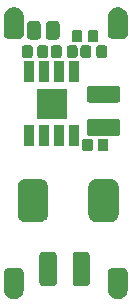
<source format=gbr>
G04 #@! TF.GenerationSoftware,KiCad,Pcbnew,5.1.0-060a0da~80~ubuntu18.04.1*
G04 #@! TF.CreationDate,2019-03-24T19:02:29+01:00*
G04 #@! TF.ProjectId,mav_psu,6d61765f-7073-4752-9e6b-696361645f70,rev?*
G04 #@! TF.SameCoordinates,Original*
G04 #@! TF.FileFunction,Soldermask,Top*
G04 #@! TF.FilePolarity,Negative*
%FSLAX46Y46*%
G04 Gerber Fmt 4.6, Leading zero omitted, Abs format (unit mm)*
G04 Created by KiCad (PCBNEW 5.1.0-060a0da~80~ubuntu18.04.1) date 2019-03-24 19:02:29*
%MOMM*%
%LPD*%
G04 APERTURE LIST*
%ADD10C,0.100000*%
G04 APERTURE END LIST*
D10*
G36*
X123127988Y-131907923D02*
G01*
X123202980Y-131930671D01*
X123272093Y-131967614D01*
X123332671Y-132017329D01*
X123382386Y-132077907D01*
X123419329Y-132147020D01*
X123442077Y-132222012D01*
X123450000Y-132302454D01*
X123450000Y-133783719D01*
X123417336Y-133947934D01*
X123353261Y-134102625D01*
X123353260Y-134102626D01*
X123260238Y-134241844D01*
X123141844Y-134360238D01*
X123071762Y-134407065D01*
X123002625Y-134453261D01*
X122847934Y-134517336D01*
X122683719Y-134550000D01*
X122516281Y-134550000D01*
X122352066Y-134517336D01*
X122197375Y-134453261D01*
X122128238Y-134407065D01*
X122058156Y-134360238D01*
X121939762Y-134241844D01*
X121846740Y-134102626D01*
X121846739Y-134102625D01*
X121782664Y-133947934D01*
X121750000Y-133783719D01*
X121750000Y-132302454D01*
X121757923Y-132222012D01*
X121780671Y-132147020D01*
X121817614Y-132077907D01*
X121867329Y-132017329D01*
X121927907Y-131967614D01*
X121997020Y-131930671D01*
X122072012Y-131907923D01*
X122152454Y-131900000D01*
X123047546Y-131900000D01*
X123127988Y-131907923D01*
X123127988Y-131907923D01*
G37*
G36*
X114327988Y-131907923D02*
G01*
X114402980Y-131930671D01*
X114472093Y-131967614D01*
X114532671Y-132017329D01*
X114582386Y-132077907D01*
X114619329Y-132147020D01*
X114642077Y-132222012D01*
X114650000Y-132302454D01*
X114650000Y-133783719D01*
X114617336Y-133947934D01*
X114553261Y-134102625D01*
X114553260Y-134102626D01*
X114460238Y-134241844D01*
X114341844Y-134360238D01*
X114271762Y-134407065D01*
X114202625Y-134453261D01*
X114047934Y-134517336D01*
X113883719Y-134550000D01*
X113716281Y-134550000D01*
X113552066Y-134517336D01*
X113397375Y-134453261D01*
X113328238Y-134407065D01*
X113258156Y-134360238D01*
X113139762Y-134241844D01*
X113046740Y-134102626D01*
X113046739Y-134102625D01*
X112982664Y-133947934D01*
X112950000Y-133783719D01*
X112950000Y-132302454D01*
X112957923Y-132222012D01*
X112980671Y-132147020D01*
X113017614Y-132077907D01*
X113067329Y-132017329D01*
X113127907Y-131967614D01*
X113197020Y-131930671D01*
X113272012Y-131907923D01*
X113352454Y-131900000D01*
X114247546Y-131900000D01*
X114327988Y-131907923D01*
X114327988Y-131907923D01*
G37*
G36*
X117215676Y-130580233D02*
G01*
X117264406Y-130595015D01*
X117309315Y-130619019D01*
X117348677Y-130651323D01*
X117380981Y-130690685D01*
X117404985Y-130735594D01*
X117419767Y-130784324D01*
X117425000Y-130837454D01*
X117425000Y-133162546D01*
X117419767Y-133215676D01*
X117404985Y-133264406D01*
X117380981Y-133309315D01*
X117348677Y-133348677D01*
X117309315Y-133380981D01*
X117264406Y-133404985D01*
X117215676Y-133419767D01*
X117162546Y-133425000D01*
X116237454Y-133425000D01*
X116184324Y-133419767D01*
X116135594Y-133404985D01*
X116090685Y-133380981D01*
X116051323Y-133348677D01*
X116019019Y-133309315D01*
X115995015Y-133264406D01*
X115980233Y-133215676D01*
X115975000Y-133162546D01*
X115975000Y-130837454D01*
X115980233Y-130784324D01*
X115995015Y-130735594D01*
X116019019Y-130690685D01*
X116051323Y-130651323D01*
X116090685Y-130619019D01*
X116135594Y-130595015D01*
X116184324Y-130580233D01*
X116237454Y-130575000D01*
X117162546Y-130575000D01*
X117215676Y-130580233D01*
X117215676Y-130580233D01*
G37*
G36*
X120015676Y-130580233D02*
G01*
X120064406Y-130595015D01*
X120109315Y-130619019D01*
X120148677Y-130651323D01*
X120180981Y-130690685D01*
X120204985Y-130735594D01*
X120219767Y-130784324D01*
X120225000Y-130837454D01*
X120225000Y-133162546D01*
X120219767Y-133215676D01*
X120204985Y-133264406D01*
X120180981Y-133309315D01*
X120148677Y-133348677D01*
X120109315Y-133380981D01*
X120064406Y-133404985D01*
X120015676Y-133419767D01*
X119962546Y-133425000D01*
X119037454Y-133425000D01*
X118984324Y-133419767D01*
X118935594Y-133404985D01*
X118890685Y-133380981D01*
X118851323Y-133348677D01*
X118819019Y-133309315D01*
X118795015Y-133264406D01*
X118780233Y-133215676D01*
X118775000Y-133162546D01*
X118775000Y-130837454D01*
X118780233Y-130784324D01*
X118795015Y-130735594D01*
X118819019Y-130690685D01*
X118851323Y-130651323D01*
X118890685Y-130619019D01*
X118935594Y-130595015D01*
X118984324Y-130580233D01*
X119037454Y-130575000D01*
X119962546Y-130575000D01*
X120015676Y-130580233D01*
X120015676Y-130580233D01*
G37*
G36*
X122181945Y-124412006D02*
G01*
X122296802Y-124446848D01*
X122402651Y-124503424D01*
X122495432Y-124579568D01*
X122571576Y-124672349D01*
X122628152Y-124778198D01*
X122662994Y-124893055D01*
X122675000Y-125014954D01*
X122675000Y-127385046D01*
X122662994Y-127506945D01*
X122628152Y-127621802D01*
X122571576Y-127727651D01*
X122495432Y-127820432D01*
X122402651Y-127896576D01*
X122296802Y-127953152D01*
X122181945Y-127987994D01*
X122060046Y-128000000D01*
X120739954Y-128000000D01*
X120618055Y-127987994D01*
X120503198Y-127953152D01*
X120397349Y-127896576D01*
X120304568Y-127820432D01*
X120228424Y-127727651D01*
X120171848Y-127621802D01*
X120137006Y-127506945D01*
X120125000Y-127385046D01*
X120125000Y-125014954D01*
X120137006Y-124893055D01*
X120171848Y-124778198D01*
X120228424Y-124672349D01*
X120304568Y-124579568D01*
X120397349Y-124503424D01*
X120503198Y-124446848D01*
X120618055Y-124412006D01*
X120739954Y-124400000D01*
X122060046Y-124400000D01*
X122181945Y-124412006D01*
X122181945Y-124412006D01*
G37*
G36*
X116181945Y-124412006D02*
G01*
X116296802Y-124446848D01*
X116402651Y-124503424D01*
X116495432Y-124579568D01*
X116571576Y-124672349D01*
X116628152Y-124778198D01*
X116662994Y-124893055D01*
X116675000Y-125014954D01*
X116675000Y-127385046D01*
X116662994Y-127506945D01*
X116628152Y-127621802D01*
X116571576Y-127727651D01*
X116495432Y-127820432D01*
X116402651Y-127896576D01*
X116296802Y-127953152D01*
X116181945Y-127987994D01*
X116060046Y-128000000D01*
X114739954Y-128000000D01*
X114618055Y-127987994D01*
X114503198Y-127953152D01*
X114397349Y-127896576D01*
X114304568Y-127820432D01*
X114228424Y-127727651D01*
X114171848Y-127621802D01*
X114137006Y-127506945D01*
X114125000Y-127385046D01*
X114125000Y-125014954D01*
X114137006Y-124893055D01*
X114171848Y-124778198D01*
X114228424Y-124672349D01*
X114304568Y-124579568D01*
X114397349Y-124503424D01*
X114503198Y-124446848D01*
X114618055Y-124412006D01*
X114739954Y-124400000D01*
X116060046Y-124400000D01*
X116181945Y-124412006D01*
X116181945Y-124412006D01*
G37*
G36*
X121638970Y-120979080D02*
G01*
X121676446Y-120990448D01*
X121710978Y-121008905D01*
X121741250Y-121033750D01*
X121766095Y-121064022D01*
X121784552Y-121098554D01*
X121795920Y-121136030D01*
X121800000Y-121177454D01*
X121800000Y-121822546D01*
X121795920Y-121863970D01*
X121784552Y-121901446D01*
X121766095Y-121935978D01*
X121741250Y-121966250D01*
X121710978Y-121991095D01*
X121676446Y-122009552D01*
X121638970Y-122020920D01*
X121597546Y-122025000D01*
X121102454Y-122025000D01*
X121061030Y-122020920D01*
X121023554Y-122009552D01*
X120989022Y-121991095D01*
X120958750Y-121966250D01*
X120933905Y-121935978D01*
X120915448Y-121901446D01*
X120904080Y-121863970D01*
X120900000Y-121822546D01*
X120900000Y-121177454D01*
X120904080Y-121136030D01*
X120915448Y-121098554D01*
X120933905Y-121064022D01*
X120958750Y-121033750D01*
X120989022Y-121008905D01*
X121023554Y-120990448D01*
X121061030Y-120979080D01*
X121102454Y-120975000D01*
X121597546Y-120975000D01*
X121638970Y-120979080D01*
X121638970Y-120979080D01*
G37*
G36*
X120338970Y-120979080D02*
G01*
X120376446Y-120990448D01*
X120410978Y-121008905D01*
X120441250Y-121033750D01*
X120466095Y-121064022D01*
X120484552Y-121098554D01*
X120495920Y-121136030D01*
X120500000Y-121177454D01*
X120500000Y-121822546D01*
X120495920Y-121863970D01*
X120484552Y-121901446D01*
X120466095Y-121935978D01*
X120441250Y-121966250D01*
X120410978Y-121991095D01*
X120376446Y-122009552D01*
X120338970Y-122020920D01*
X120297546Y-122025000D01*
X119802454Y-122025000D01*
X119761030Y-122020920D01*
X119723554Y-122009552D01*
X119689022Y-121991095D01*
X119658750Y-121966250D01*
X119633905Y-121935978D01*
X119615448Y-121901446D01*
X119604080Y-121863970D01*
X119600000Y-121822546D01*
X119600000Y-121177454D01*
X119604080Y-121136030D01*
X119615448Y-121098554D01*
X119633905Y-121064022D01*
X119658750Y-121033750D01*
X119689022Y-121008905D01*
X119723554Y-120990448D01*
X119761030Y-120979080D01*
X119802454Y-120975000D01*
X120297546Y-120975000D01*
X120338970Y-120979080D01*
X120338970Y-120979080D01*
G37*
G36*
X116765000Y-121575000D02*
G01*
X115965000Y-121575000D01*
X115965000Y-119825000D01*
X116765000Y-119825000D01*
X116765000Y-121575000D01*
X116765000Y-121575000D01*
G37*
G36*
X118035000Y-121575000D02*
G01*
X117235000Y-121575000D01*
X117235000Y-119825000D01*
X118035000Y-119825000D01*
X118035000Y-121575000D01*
X118035000Y-121575000D01*
G37*
G36*
X119305000Y-121575000D02*
G01*
X118505000Y-121575000D01*
X118505000Y-119825000D01*
X119305000Y-119825000D01*
X119305000Y-121575000D01*
X119305000Y-121575000D01*
G37*
G36*
X115495000Y-121575000D02*
G01*
X114695000Y-121575000D01*
X114695000Y-119825000D01*
X115495000Y-119825000D01*
X115495000Y-121575000D01*
X115495000Y-121575000D01*
G37*
G36*
X122615676Y-119280233D02*
G01*
X122664406Y-119295015D01*
X122709315Y-119319019D01*
X122748677Y-119351323D01*
X122780981Y-119390685D01*
X122804985Y-119435594D01*
X122819767Y-119484324D01*
X122825000Y-119537454D01*
X122825000Y-120462546D01*
X122819767Y-120515676D01*
X122804985Y-120564406D01*
X122780981Y-120609315D01*
X122748677Y-120648677D01*
X122709315Y-120680981D01*
X122664406Y-120704985D01*
X122615676Y-120719767D01*
X122562546Y-120725000D01*
X120237454Y-120725000D01*
X120184324Y-120719767D01*
X120135594Y-120704985D01*
X120090685Y-120680981D01*
X120051323Y-120648677D01*
X120019019Y-120609315D01*
X119995015Y-120564406D01*
X119980233Y-120515676D01*
X119975000Y-120462546D01*
X119975000Y-119537454D01*
X119980233Y-119484324D01*
X119995015Y-119435594D01*
X120019019Y-119390685D01*
X120051323Y-119351323D01*
X120090685Y-119319019D01*
X120135594Y-119295015D01*
X120184324Y-119280233D01*
X120237454Y-119275000D01*
X122562546Y-119275000D01*
X122615676Y-119280233D01*
X122615676Y-119280233D01*
G37*
G36*
X118275000Y-119275000D02*
G01*
X115725000Y-119275000D01*
X115725000Y-116725000D01*
X118275000Y-116725000D01*
X118275000Y-119275000D01*
X118275000Y-119275000D01*
G37*
G36*
X122615676Y-116480233D02*
G01*
X122664406Y-116495015D01*
X122709315Y-116519019D01*
X122748677Y-116551323D01*
X122780981Y-116590685D01*
X122804985Y-116635594D01*
X122819767Y-116684324D01*
X122825000Y-116737454D01*
X122825000Y-117662546D01*
X122819767Y-117715676D01*
X122804985Y-117764406D01*
X122780981Y-117809315D01*
X122748677Y-117848677D01*
X122709315Y-117880981D01*
X122664406Y-117904985D01*
X122615676Y-117919767D01*
X122562546Y-117925000D01*
X120237454Y-117925000D01*
X120184324Y-117919767D01*
X120135594Y-117904985D01*
X120090685Y-117880981D01*
X120051323Y-117848677D01*
X120019019Y-117809315D01*
X119995015Y-117764406D01*
X119980233Y-117715676D01*
X119975000Y-117662546D01*
X119975000Y-116737454D01*
X119980233Y-116684324D01*
X119995015Y-116635594D01*
X120019019Y-116590685D01*
X120051323Y-116551323D01*
X120090685Y-116519019D01*
X120135594Y-116495015D01*
X120184324Y-116480233D01*
X120237454Y-116475000D01*
X122562546Y-116475000D01*
X122615676Y-116480233D01*
X122615676Y-116480233D01*
G37*
G36*
X116765000Y-116175000D02*
G01*
X115965000Y-116175000D01*
X115965000Y-114425000D01*
X116765000Y-114425000D01*
X116765000Y-116175000D01*
X116765000Y-116175000D01*
G37*
G36*
X118035000Y-116175000D02*
G01*
X117235000Y-116175000D01*
X117235000Y-114425000D01*
X118035000Y-114425000D01*
X118035000Y-116175000D01*
X118035000Y-116175000D01*
G37*
G36*
X119305000Y-116175000D02*
G01*
X118505000Y-116175000D01*
X118505000Y-114425000D01*
X119305000Y-114425000D01*
X119305000Y-116175000D01*
X119305000Y-116175000D01*
G37*
G36*
X115495000Y-116175000D02*
G01*
X114695000Y-116175000D01*
X114695000Y-114425000D01*
X115495000Y-114425000D01*
X115495000Y-116175000D01*
X115495000Y-116175000D01*
G37*
G36*
X117688970Y-113079080D02*
G01*
X117726446Y-113090448D01*
X117760978Y-113108905D01*
X117791250Y-113133750D01*
X117816095Y-113164022D01*
X117834552Y-113198554D01*
X117845920Y-113236030D01*
X117850000Y-113277454D01*
X117850000Y-113922546D01*
X117845920Y-113963970D01*
X117834552Y-114001446D01*
X117816095Y-114035978D01*
X117791250Y-114066250D01*
X117760978Y-114091095D01*
X117726446Y-114109552D01*
X117688970Y-114120920D01*
X117647546Y-114125000D01*
X117152454Y-114125000D01*
X117111030Y-114120920D01*
X117073554Y-114109552D01*
X117039022Y-114091095D01*
X117008750Y-114066250D01*
X116983905Y-114035978D01*
X116965448Y-114001446D01*
X116954080Y-113963970D01*
X116950000Y-113922546D01*
X116950000Y-113277454D01*
X116954080Y-113236030D01*
X116965448Y-113198554D01*
X116983905Y-113164022D01*
X117008750Y-113133750D01*
X117039022Y-113108905D01*
X117073554Y-113090448D01*
X117111030Y-113079080D01*
X117152454Y-113075000D01*
X117647546Y-113075000D01*
X117688970Y-113079080D01*
X117688970Y-113079080D01*
G37*
G36*
X121538970Y-113079080D02*
G01*
X121576446Y-113090448D01*
X121610978Y-113108905D01*
X121641250Y-113133750D01*
X121666095Y-113164022D01*
X121684552Y-113198554D01*
X121695920Y-113236030D01*
X121700000Y-113277454D01*
X121700000Y-113922546D01*
X121695920Y-113963970D01*
X121684552Y-114001446D01*
X121666095Y-114035978D01*
X121641250Y-114066250D01*
X121610978Y-114091095D01*
X121576446Y-114109552D01*
X121538970Y-114120920D01*
X121497546Y-114125000D01*
X121002454Y-114125000D01*
X120961030Y-114120920D01*
X120923554Y-114109552D01*
X120889022Y-114091095D01*
X120858750Y-114066250D01*
X120833905Y-114035978D01*
X120815448Y-114001446D01*
X120804080Y-113963970D01*
X120800000Y-113922546D01*
X120800000Y-113277454D01*
X120804080Y-113236030D01*
X120815448Y-113198554D01*
X120833905Y-113164022D01*
X120858750Y-113133750D01*
X120889022Y-113108905D01*
X120923554Y-113090448D01*
X120961030Y-113079080D01*
X121002454Y-113075000D01*
X121497546Y-113075000D01*
X121538970Y-113079080D01*
X121538970Y-113079080D01*
G37*
G36*
X120188970Y-113079080D02*
G01*
X120226446Y-113090448D01*
X120260978Y-113108905D01*
X120291250Y-113133750D01*
X120316095Y-113164022D01*
X120334552Y-113198554D01*
X120345920Y-113236030D01*
X120350000Y-113277454D01*
X120350000Y-113922546D01*
X120345920Y-113963970D01*
X120334552Y-114001446D01*
X120316095Y-114035978D01*
X120291250Y-114066250D01*
X120260978Y-114091095D01*
X120226446Y-114109552D01*
X120188970Y-114120920D01*
X120147546Y-114125000D01*
X119652454Y-114125000D01*
X119611030Y-114120920D01*
X119573554Y-114109552D01*
X119539022Y-114091095D01*
X119508750Y-114066250D01*
X119483905Y-114035978D01*
X119465448Y-114001446D01*
X119454080Y-113963970D01*
X119450000Y-113922546D01*
X119450000Y-113277454D01*
X119454080Y-113236030D01*
X119465448Y-113198554D01*
X119483905Y-113164022D01*
X119508750Y-113133750D01*
X119539022Y-113108905D01*
X119573554Y-113090448D01*
X119611030Y-113079080D01*
X119652454Y-113075000D01*
X120147546Y-113075000D01*
X120188970Y-113079080D01*
X120188970Y-113079080D01*
G37*
G36*
X119038970Y-113079080D02*
G01*
X119076446Y-113090448D01*
X119110978Y-113108905D01*
X119141250Y-113133750D01*
X119166095Y-113164022D01*
X119184552Y-113198554D01*
X119195920Y-113236030D01*
X119200000Y-113277454D01*
X119200000Y-113922546D01*
X119195920Y-113963970D01*
X119184552Y-114001446D01*
X119166095Y-114035978D01*
X119141250Y-114066250D01*
X119110978Y-114091095D01*
X119076446Y-114109552D01*
X119038970Y-114120920D01*
X118997546Y-114125000D01*
X118502454Y-114125000D01*
X118461030Y-114120920D01*
X118423554Y-114109552D01*
X118389022Y-114091095D01*
X118358750Y-114066250D01*
X118333905Y-114035978D01*
X118315448Y-114001446D01*
X118304080Y-113963970D01*
X118300000Y-113922546D01*
X118300000Y-113277454D01*
X118304080Y-113236030D01*
X118315448Y-113198554D01*
X118333905Y-113164022D01*
X118358750Y-113133750D01*
X118389022Y-113108905D01*
X118423554Y-113090448D01*
X118461030Y-113079080D01*
X118502454Y-113075000D01*
X118997546Y-113075000D01*
X119038970Y-113079080D01*
X119038970Y-113079080D01*
G37*
G36*
X115238970Y-113079080D02*
G01*
X115276446Y-113090448D01*
X115310978Y-113108905D01*
X115341250Y-113133750D01*
X115366095Y-113164022D01*
X115384552Y-113198554D01*
X115395920Y-113236030D01*
X115400000Y-113277454D01*
X115400000Y-113922546D01*
X115395920Y-113963970D01*
X115384552Y-114001446D01*
X115366095Y-114035978D01*
X115341250Y-114066250D01*
X115310978Y-114091095D01*
X115276446Y-114109552D01*
X115238970Y-114120920D01*
X115197546Y-114125000D01*
X114702454Y-114125000D01*
X114661030Y-114120920D01*
X114623554Y-114109552D01*
X114589022Y-114091095D01*
X114558750Y-114066250D01*
X114533905Y-114035978D01*
X114515448Y-114001446D01*
X114504080Y-113963970D01*
X114500000Y-113922546D01*
X114500000Y-113277454D01*
X114504080Y-113236030D01*
X114515448Y-113198554D01*
X114533905Y-113164022D01*
X114558750Y-113133750D01*
X114589022Y-113108905D01*
X114623554Y-113090448D01*
X114661030Y-113079080D01*
X114702454Y-113075000D01*
X115197546Y-113075000D01*
X115238970Y-113079080D01*
X115238970Y-113079080D01*
G37*
G36*
X116538970Y-113079080D02*
G01*
X116576446Y-113090448D01*
X116610978Y-113108905D01*
X116641250Y-113133750D01*
X116666095Y-113164022D01*
X116684552Y-113198554D01*
X116695920Y-113236030D01*
X116700000Y-113277454D01*
X116700000Y-113922546D01*
X116695920Y-113963970D01*
X116684552Y-114001446D01*
X116666095Y-114035978D01*
X116641250Y-114066250D01*
X116610978Y-114091095D01*
X116576446Y-114109552D01*
X116538970Y-114120920D01*
X116497546Y-114125000D01*
X116002454Y-114125000D01*
X115961030Y-114120920D01*
X115923554Y-114109552D01*
X115889022Y-114091095D01*
X115858750Y-114066250D01*
X115833905Y-114035978D01*
X115815448Y-114001446D01*
X115804080Y-113963970D01*
X115800000Y-113922546D01*
X115800000Y-113277454D01*
X115804080Y-113236030D01*
X115815448Y-113198554D01*
X115833905Y-113164022D01*
X115858750Y-113133750D01*
X115889022Y-113108905D01*
X115923554Y-113090448D01*
X115961030Y-113079080D01*
X116002454Y-113075000D01*
X116497546Y-113075000D01*
X116538970Y-113079080D01*
X116538970Y-113079080D01*
G37*
G36*
X120788970Y-111779080D02*
G01*
X120826446Y-111790448D01*
X120860978Y-111808905D01*
X120891250Y-111833750D01*
X120916095Y-111864022D01*
X120934552Y-111898554D01*
X120945920Y-111936030D01*
X120950000Y-111977454D01*
X120950000Y-112622546D01*
X120945920Y-112663970D01*
X120934552Y-112701446D01*
X120916095Y-112735978D01*
X120891250Y-112766250D01*
X120860978Y-112791095D01*
X120826446Y-112809552D01*
X120788970Y-112820920D01*
X120747546Y-112825000D01*
X120252454Y-112825000D01*
X120211030Y-112820920D01*
X120173554Y-112809552D01*
X120139022Y-112791095D01*
X120108750Y-112766250D01*
X120083905Y-112735978D01*
X120065448Y-112701446D01*
X120054080Y-112663970D01*
X120050000Y-112622546D01*
X120050000Y-111977454D01*
X120054080Y-111936030D01*
X120065448Y-111898554D01*
X120083905Y-111864022D01*
X120108750Y-111833750D01*
X120139022Y-111808905D01*
X120173554Y-111790448D01*
X120211030Y-111779080D01*
X120252454Y-111775000D01*
X120747546Y-111775000D01*
X120788970Y-111779080D01*
X120788970Y-111779080D01*
G37*
G36*
X119438970Y-111779080D02*
G01*
X119476446Y-111790448D01*
X119510978Y-111808905D01*
X119541250Y-111833750D01*
X119566095Y-111864022D01*
X119584552Y-111898554D01*
X119595920Y-111936030D01*
X119600000Y-111977454D01*
X119600000Y-112622546D01*
X119595920Y-112663970D01*
X119584552Y-112701446D01*
X119566095Y-112735978D01*
X119541250Y-112766250D01*
X119510978Y-112791095D01*
X119476446Y-112809552D01*
X119438970Y-112820920D01*
X119397546Y-112825000D01*
X118902454Y-112825000D01*
X118861030Y-112820920D01*
X118823554Y-112809552D01*
X118789022Y-112791095D01*
X118758750Y-112766250D01*
X118733905Y-112735978D01*
X118715448Y-112701446D01*
X118704080Y-112663970D01*
X118700000Y-112622546D01*
X118700000Y-111977454D01*
X118704080Y-111936030D01*
X118715448Y-111898554D01*
X118733905Y-111864022D01*
X118758750Y-111833750D01*
X118789022Y-111808905D01*
X118823554Y-111790448D01*
X118861030Y-111779080D01*
X118902454Y-111775000D01*
X119397546Y-111775000D01*
X119438970Y-111779080D01*
X119438970Y-111779080D01*
G37*
G36*
X117463663Y-111030281D02*
G01*
X117512863Y-111045206D01*
X117558201Y-111069439D01*
X117597944Y-111102056D01*
X117630561Y-111141799D01*
X117654794Y-111187137D01*
X117669719Y-111236337D01*
X117675000Y-111289954D01*
X117675000Y-112310046D01*
X117669719Y-112363663D01*
X117654794Y-112412863D01*
X117630561Y-112458201D01*
X117597944Y-112497944D01*
X117558201Y-112530561D01*
X117512863Y-112554794D01*
X117463663Y-112569719D01*
X117410046Y-112575000D01*
X116789954Y-112575000D01*
X116736337Y-112569719D01*
X116687137Y-112554794D01*
X116641799Y-112530561D01*
X116602056Y-112497944D01*
X116569439Y-112458201D01*
X116545206Y-112412863D01*
X116530281Y-112363663D01*
X116525000Y-112310046D01*
X116525000Y-111289954D01*
X116530281Y-111236337D01*
X116545206Y-111187137D01*
X116569439Y-111141799D01*
X116602056Y-111102056D01*
X116641799Y-111069439D01*
X116687137Y-111045206D01*
X116736337Y-111030281D01*
X116789954Y-111025000D01*
X117410046Y-111025000D01*
X117463663Y-111030281D01*
X117463663Y-111030281D01*
G37*
G36*
X115863663Y-111030281D02*
G01*
X115912863Y-111045206D01*
X115958201Y-111069439D01*
X115997944Y-111102056D01*
X116030561Y-111141799D01*
X116054794Y-111187137D01*
X116069719Y-111236337D01*
X116075000Y-111289954D01*
X116075000Y-112310046D01*
X116069719Y-112363663D01*
X116054794Y-112412863D01*
X116030561Y-112458201D01*
X115997944Y-112497944D01*
X115958201Y-112530561D01*
X115912863Y-112554794D01*
X115863663Y-112569719D01*
X115810046Y-112575000D01*
X115189954Y-112575000D01*
X115136337Y-112569719D01*
X115087137Y-112554794D01*
X115041799Y-112530561D01*
X115002056Y-112497944D01*
X114969439Y-112458201D01*
X114945206Y-112412863D01*
X114930281Y-112363663D01*
X114925000Y-112310046D01*
X114925000Y-111289954D01*
X114930281Y-111236337D01*
X114945206Y-111187137D01*
X114969439Y-111141799D01*
X115002056Y-111102056D01*
X115041799Y-111069439D01*
X115087137Y-111045206D01*
X115136337Y-111030281D01*
X115189954Y-111025000D01*
X115810046Y-111025000D01*
X115863663Y-111030281D01*
X115863663Y-111030281D01*
G37*
G36*
X114047934Y-109882664D02*
G01*
X114202625Y-109946739D01*
X114202626Y-109946740D01*
X114341844Y-110039762D01*
X114460238Y-110158156D01*
X114460239Y-110158158D01*
X114553261Y-110297375D01*
X114617336Y-110452066D01*
X114650000Y-110616281D01*
X114650000Y-112097546D01*
X114642077Y-112177988D01*
X114619329Y-112252980D01*
X114582386Y-112322093D01*
X114532671Y-112382671D01*
X114472093Y-112432386D01*
X114402980Y-112469329D01*
X114327988Y-112492077D01*
X114247546Y-112500000D01*
X113352454Y-112500000D01*
X113272012Y-112492077D01*
X113197020Y-112469329D01*
X113127907Y-112432386D01*
X113067329Y-112382671D01*
X113017614Y-112322093D01*
X112980671Y-112252980D01*
X112957923Y-112177988D01*
X112950000Y-112097546D01*
X112950000Y-110616281D01*
X112982664Y-110452066D01*
X113046739Y-110297375D01*
X113139761Y-110158158D01*
X113139762Y-110158156D01*
X113258156Y-110039762D01*
X113397374Y-109946740D01*
X113397375Y-109946739D01*
X113552066Y-109882664D01*
X113716281Y-109850000D01*
X113883719Y-109850000D01*
X114047934Y-109882664D01*
X114047934Y-109882664D01*
G37*
G36*
X122847934Y-109882664D02*
G01*
X123002625Y-109946739D01*
X123002626Y-109946740D01*
X123141844Y-110039762D01*
X123260238Y-110158156D01*
X123260239Y-110158158D01*
X123353261Y-110297375D01*
X123417336Y-110452066D01*
X123450000Y-110616281D01*
X123450000Y-112097546D01*
X123442077Y-112177988D01*
X123419329Y-112252980D01*
X123382386Y-112322093D01*
X123332671Y-112382671D01*
X123272093Y-112432386D01*
X123202980Y-112469329D01*
X123127988Y-112492077D01*
X123047546Y-112500000D01*
X122152454Y-112500000D01*
X122072012Y-112492077D01*
X121997020Y-112469329D01*
X121927907Y-112432386D01*
X121867329Y-112382671D01*
X121817614Y-112322093D01*
X121780671Y-112252980D01*
X121757923Y-112177988D01*
X121750000Y-112097546D01*
X121750000Y-110616281D01*
X121782664Y-110452066D01*
X121846739Y-110297375D01*
X121939761Y-110158158D01*
X121939762Y-110158156D01*
X122058156Y-110039762D01*
X122197374Y-109946740D01*
X122197375Y-109946739D01*
X122352066Y-109882664D01*
X122516281Y-109850000D01*
X122683719Y-109850000D01*
X122847934Y-109882664D01*
X122847934Y-109882664D01*
G37*
M02*

</source>
